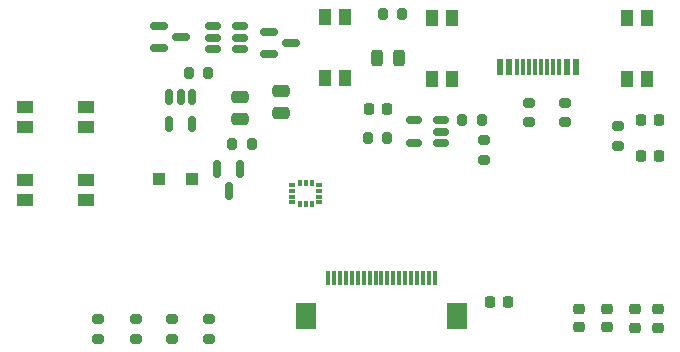
<source format=gbr>
%TF.GenerationSoftware,KiCad,Pcbnew,9.0.1*%
%TF.CreationDate,2025-11-02T10:59:12-06:00*%
%TF.ProjectId,OM-FlexGrid-Rigid-PCB,4f4d2d46-6c65-4784-9772-69642d526967,rev?*%
%TF.SameCoordinates,Original*%
%TF.FileFunction,Paste,Top*%
%TF.FilePolarity,Positive*%
%FSLAX46Y46*%
G04 Gerber Fmt 4.6, Leading zero omitted, Abs format (unit mm)*
G04 Created by KiCad (PCBNEW 9.0.1) date 2025-11-02 10:59:12*
%MOMM*%
%LPD*%
G01*
G04 APERTURE LIST*
G04 Aperture macros list*
%AMRoundRect*
0 Rectangle with rounded corners*
0 $1 Rounding radius*
0 $2 $3 $4 $5 $6 $7 $8 $9 X,Y pos of 4 corners*
0 Add a 4 corners polygon primitive as box body*
4,1,4,$2,$3,$4,$5,$6,$7,$8,$9,$2,$3,0*
0 Add four circle primitives for the rounded corners*
1,1,$1+$1,$2,$3*
1,1,$1+$1,$4,$5*
1,1,$1+$1,$6,$7*
1,1,$1+$1,$8,$9*
0 Add four rect primitives between the rounded corners*
20,1,$1+$1,$2,$3,$4,$5,0*
20,1,$1+$1,$4,$5,$6,$7,0*
20,1,$1+$1,$6,$7,$8,$9,0*
20,1,$1+$1,$8,$9,$2,$3,0*%
G04 Aperture macros list end*
%ADD10RoundRect,0.200000X-0.275000X0.200000X-0.275000X-0.200000X0.275000X-0.200000X0.275000X0.200000X0*%
%ADD11RoundRect,0.250000X-0.300000X-0.300000X0.300000X-0.300000X0.300000X0.300000X-0.300000X0.300000X0*%
%ADD12R,1.450000X1.000000*%
%ADD13RoundRect,0.150000X-0.150000X0.512500X-0.150000X-0.512500X0.150000X-0.512500X0.150000X0.512500X0*%
%ADD14RoundRect,0.200000X-0.200000X-0.275000X0.200000X-0.275000X0.200000X0.275000X-0.200000X0.275000X0*%
%ADD15R,0.300000X1.300000*%
%ADD16R,1.800000X2.200000*%
%ADD17RoundRect,0.225000X-0.225000X-0.250000X0.225000X-0.250000X0.225000X0.250000X-0.225000X0.250000X0*%
%ADD18RoundRect,0.150000X-0.587500X-0.150000X0.587500X-0.150000X0.587500X0.150000X-0.587500X0.150000X0*%
%ADD19RoundRect,0.200000X0.200000X0.275000X-0.200000X0.275000X-0.200000X-0.275000X0.200000X-0.275000X0*%
%ADD20RoundRect,0.225000X-0.250000X0.225000X-0.250000X-0.225000X0.250000X-0.225000X0.250000X0.225000X0*%
%ADD21RoundRect,0.150000X-0.512500X-0.150000X0.512500X-0.150000X0.512500X0.150000X-0.512500X0.150000X0*%
%ADD22R,1.000000X1.450000*%
%ADD23RoundRect,0.150000X-0.150000X0.587500X-0.150000X-0.587500X0.150000X-0.587500X0.150000X0.587500X0*%
%ADD24RoundRect,0.243750X0.243750X0.456250X-0.243750X0.456250X-0.243750X-0.456250X0.243750X-0.456250X0*%
%ADD25RoundRect,0.250000X-0.475000X0.250000X-0.475000X-0.250000X0.475000X-0.250000X0.475000X0.250000X0*%
%ADD26RoundRect,0.150000X0.512500X0.150000X-0.512500X0.150000X-0.512500X-0.150000X0.512500X-0.150000X0*%
%ADD27R,0.600000X0.300000*%
%ADD28R,0.300000X0.600000*%
%ADD29R,0.600000X1.450000*%
%ADD30R,0.300000X1.450000*%
%ADD31RoundRect,0.225000X0.225000X0.250000X-0.225000X0.250000X-0.225000X-0.250000X0.225000X-0.250000X0*%
%ADD32RoundRect,0.250000X0.475000X-0.250000X0.475000X0.250000X-0.475000X0.250000X-0.475000X-0.250000X0*%
%ADD33RoundRect,0.200000X0.275000X-0.200000X0.275000X0.200000X-0.275000X0.200000X-0.275000X-0.200000X0*%
G04 APERTURE END LIST*
D10*
%TO.C,R14*%
X163700000Y-126350000D03*
X163700000Y-128000000D03*
%TD*%
D11*
%TO.C,D1*%
X165700000Y-114500000D03*
X168500000Y-114500000D03*
%TD*%
D12*
%TO.C,SELECT1*%
X154300000Y-116250000D03*
X154300000Y-114550000D03*
X159450000Y-116250000D03*
X159450000Y-114550000D03*
%TD*%
D13*
%TO.C,U3*%
X168450000Y-107500000D03*
X167500000Y-107500000D03*
X166550000Y-107500000D03*
X166550000Y-109775000D03*
X168450000Y-109775000D03*
%TD*%
D12*
%TO.C,MENU1*%
X154300000Y-110100000D03*
X154300000Y-108400000D03*
X159450000Y-110100000D03*
X159450000Y-108400000D03*
%TD*%
D14*
%TO.C,R5*%
X184600000Y-100500000D03*
X186250000Y-100500000D03*
%TD*%
D15*
%TO.C,J3*%
X180000000Y-122850000D03*
X180500000Y-122850000D03*
X181000000Y-122850000D03*
X181500000Y-122850000D03*
X182000000Y-122850000D03*
X182500000Y-122850000D03*
X183000000Y-122850000D03*
X183500000Y-122850000D03*
X184000000Y-122850000D03*
X184500000Y-122850000D03*
X185000000Y-122850000D03*
X185500000Y-122850000D03*
X186000000Y-122850000D03*
X186500000Y-122850000D03*
X187000000Y-122850000D03*
X187500000Y-122850000D03*
X188000000Y-122850000D03*
X188500000Y-122850000D03*
X189000000Y-122850000D03*
D16*
X178100000Y-126100000D03*
X190900000Y-126100000D03*
%TD*%
D17*
%TO.C,C11*%
X193650000Y-124900000D03*
X195200000Y-124900000D03*
%TD*%
D10*
%TO.C,R2*%
X200000000Y-108000000D03*
X200000000Y-109650000D03*
%TD*%
D18*
%TO.C,Q3*%
X165625000Y-101500000D03*
X165625000Y-103400000D03*
X167500000Y-102450000D03*
%TD*%
D19*
%TO.C,R4*%
X185000000Y-111000000D03*
X183350000Y-111000000D03*
%TD*%
D20*
%TO.C,C15*%
X201200000Y-125450000D03*
X201200000Y-127000000D03*
%TD*%
D21*
%TO.C,MAX1*%
X170225000Y-101550000D03*
X170225000Y-102500000D03*
X170225000Y-103450000D03*
X172500000Y-103450000D03*
X172500000Y-102500000D03*
X172500000Y-101550000D03*
%TD*%
D22*
%TO.C,BOOT1*%
X205300000Y-100850000D03*
X207000000Y-100850000D03*
X205300000Y-106000000D03*
X207000000Y-106000000D03*
%TD*%
D23*
%TO.C,Q2*%
X172500000Y-113600000D03*
X170600000Y-113600000D03*
X171550000Y-115475000D03*
%TD*%
D10*
%TO.C,R1*%
X197000000Y-108000000D03*
X197000000Y-109650000D03*
%TD*%
D22*
%TO.C,SW_PWR1*%
X179750000Y-100750000D03*
X181450000Y-100750000D03*
X179750000Y-105900000D03*
X181450000Y-105900000D03*
%TD*%
D17*
%TO.C,C10*%
X206450000Y-112500000D03*
X208000000Y-112500000D03*
%TD*%
D24*
%TO.C,D2*%
X186000000Y-104250000D03*
X184125000Y-104250000D03*
%TD*%
D20*
%TO.C,C14*%
X203600000Y-125450000D03*
X203600000Y-127000000D03*
%TD*%
D10*
%TO.C,R8*%
X193175000Y-111175000D03*
X193175000Y-112825000D03*
%TD*%
D20*
%TO.C,C12*%
X207900000Y-125500000D03*
X207900000Y-127050000D03*
%TD*%
D17*
%TO.C,C8*%
X183450000Y-108500000D03*
X185000000Y-108500000D03*
%TD*%
D14*
%TO.C,R3*%
X168175000Y-105500000D03*
X169825000Y-105500000D03*
%TD*%
D25*
%TO.C,C7*%
X176000000Y-107000000D03*
X176000000Y-108900000D03*
%TD*%
D26*
%TO.C,U4*%
X189500000Y-111400000D03*
X189500000Y-110450000D03*
X189500000Y-109500000D03*
X187225000Y-109500000D03*
X187225000Y-111400000D03*
%TD*%
D22*
%TO.C,SW_RST1*%
X188800000Y-100850000D03*
X190500000Y-100850000D03*
X188800000Y-106000000D03*
X190500000Y-106000000D03*
%TD*%
D27*
%TO.C,IC1*%
X176950000Y-114950000D03*
X176950000Y-115450000D03*
X176950000Y-115950000D03*
X176950000Y-116450000D03*
D28*
X177600000Y-116600000D03*
X178100000Y-116600000D03*
X178600000Y-116600000D03*
D27*
X179250000Y-116450000D03*
X179250000Y-115950000D03*
X179250000Y-115450000D03*
X179250000Y-114950000D03*
D28*
X178600000Y-114800000D03*
X178100000Y-114800000D03*
X177600000Y-114800000D03*
%TD*%
D29*
%TO.C,J4*%
X201000000Y-105000000D03*
X200200000Y-105000000D03*
D30*
X199000000Y-105000000D03*
X198000000Y-105000000D03*
X197500000Y-105000000D03*
X196500000Y-105000000D03*
D29*
X195300000Y-105000000D03*
X194500000Y-105000000D03*
X194500000Y-105000000D03*
X195300000Y-105000000D03*
D30*
X196000000Y-105000000D03*
X197000000Y-105000000D03*
X198500000Y-105000000D03*
X199500000Y-105000000D03*
D29*
X200200000Y-105000000D03*
X201000000Y-105000000D03*
%TD*%
D31*
%TO.C,C5*%
X208000000Y-109500000D03*
X206450000Y-109500000D03*
%TD*%
D14*
%TO.C,R7*%
X191350000Y-109500000D03*
X193000000Y-109500000D03*
%TD*%
D32*
%TO.C,C6*%
X172500000Y-109400000D03*
X172500000Y-107500000D03*
%TD*%
D10*
%TO.C,R15*%
X160500000Y-126350000D03*
X160500000Y-128000000D03*
%TD*%
%TO.C,R12*%
X169900000Y-126350000D03*
X169900000Y-128000000D03*
%TD*%
D33*
%TO.C,R6*%
X204500000Y-111650000D03*
X204500000Y-110000000D03*
%TD*%
D10*
%TO.C,R13*%
X166800000Y-126350000D03*
X166800000Y-128000000D03*
%TD*%
D18*
%TO.C,D3*%
X175000000Y-102000000D03*
X175000000Y-103900000D03*
X176875000Y-102950000D03*
%TD*%
D14*
%TO.C,R9*%
X171850000Y-111500000D03*
X173500000Y-111500000D03*
%TD*%
D20*
%TO.C,C13*%
X205950000Y-125500000D03*
X205950000Y-127050000D03*
%TD*%
M02*

</source>
